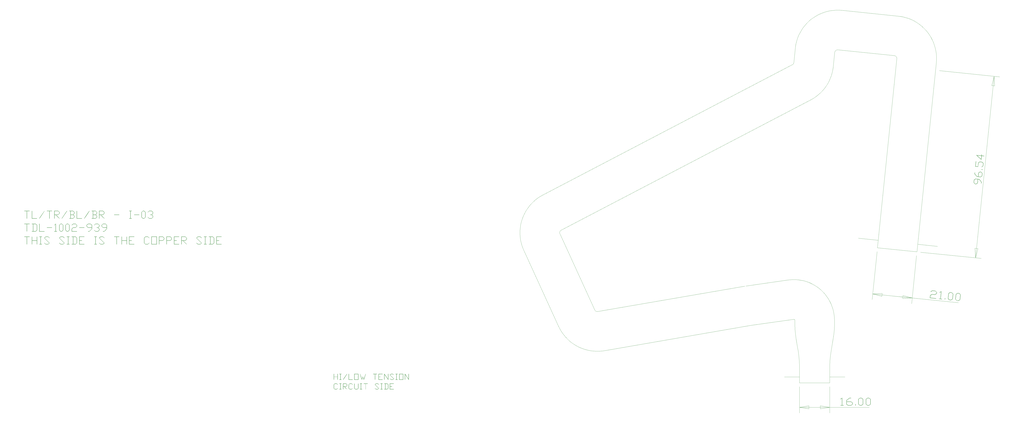
<source format=gbr>
G04 AutoGERB 2.0 for AutoCAD 14*
G04 RS274-X Output *
%FSLAX34Y34*%
%MOMM*%
%ADD12C,0.005000*%
%ADD13C,0.007000*%
G54D13*X-1805797Y1410995D02*X-1818541Y1410995D01*X-1818541Y1371855*X-1819421Y1371855*X-1819421Y1410995*X-1832166Y1410995*X-1832166Y1411855*X-1805797Y1411855*X-1805797Y1410995*G54D13*X-1766227Y1371452D02*X-1793025Y1371452D01*X-1793025Y1411425*X-1792138Y1411425*X-1792138Y1372305*X-1766227Y1372305*X-1766227Y1371452*G54D13*X-1726254Y1411207D02*X-1752650Y1371664D01*X-1753401Y1372087*X-1727032Y1411637*X-1726254Y1411207*G54D13*X-1687086Y1410995D02*X-1699831Y1410995D01*X-1699831Y1371855*X-1700711Y1371855*X-1700711Y1410995*X-1713455Y1410995*X-1713455Y1411855*X-1687086Y1411855*X-1687086Y1410995*G54D13*X-1647059Y1398060D02*X-1653929Y1391197D01*X-1666244Y1391197*X-1647196Y1372203*X-1647837Y1371562*X-1667445Y1391197*X-1673428Y1391197*X-1673428Y1371855*X-1674315Y1371855*X-1674315Y1411855*X-1653929Y1411855*X-1647059Y1404985*X-1647059Y1398060*G54D13*X-1647946Y1398408D02*X-1647946Y1404664D01*X-1654277Y1410989*X-1673428Y1410989*X-1673428Y1392077*X-1654277Y1392077*X-1647946Y1398408*G54D13*X-1607543Y1411207D02*X-1633940Y1371664D01*X-1634690Y1372087*X-1608321Y1411637*X-1607543Y1411207*G54D13*X-1567919Y1378289D02*X-1574789Y1371452D01*X-1594745Y1371452*X-1594745Y1372305*X-1588577Y1372305*X-1588577Y1410995*X-1594745Y1410995*X-1594745Y1411855*X-1574789Y1411855*X-1567919Y1404985*X-1567919Y1398060*X-1574359Y1391654*X-1567919Y1385213*X-1567919Y1378289*G54D13*X-1568806Y1398408D02*X-1568806Y1404664D01*X-1575137Y1410989*X-1587717Y1410989*X-1587717Y1392077*X-1575137Y1392077*X-1568806Y1398408*G54D13*X-1568806Y1378609D02*X-1568806Y1384893D01*X-1575137Y1391197*X-1587717Y1391197*X-1587717Y1372305*X-1575137Y1372305*X-1568806Y1378609*G54D13*X-1528806Y1371452D02*X-1555604Y1371452D01*X-1555604Y1411425*X-1554717Y1411425*X-1554717Y1372305*X-1528806Y1372305*X-1528806Y1371452*G54D13*X-1488833Y1411207D02*X-1515229Y1371664D01*X-1515979Y1372087*X-1489611Y1411637*X-1488833Y1411207*G54D13*X-1449208Y1378289D02*X-1456078Y1371452D01*X-1476034Y1371452*X-1476034Y1372305*X-1469867Y1372305*X-1469867Y1410995*X-1476034Y1410995*X-1476034Y1411855*X-1456078Y1411855*X-1449208Y1404985*X-1449208Y1398060*X-1455649Y1391654*X-1449208Y1385213*X-1449208Y1378289*G54D13*X-1450095Y1398408D02*X-1450095Y1404664D01*X-1456426Y1410989*X-1469007Y1410989*X-1469007Y1392077*X-1456426Y1392077*X-1450095Y1398408*G54D13*X-1450095Y1378609D02*X-1450095Y1384893D01*X-1456426Y1391197*X-1469007Y1391197*X-1469007Y1372305*X-1456426Y1372305*X-1450095Y1378609*G54D13*X-1409638Y1398060D02*X-1416508Y1391197D01*X-1428823Y1391197*X-1409774Y1372203*X-1410416Y1371562*X-1430023Y1391197*X-1436007Y1391197*X-1436007Y1371855*X-1436894Y1371855*X-1436894Y1411855*X-1416508Y1411855*X-1409638Y1404985*X-1409638Y1398060*G54D13*X-1410525Y1398408D02*X-1410525Y1404664D01*X-1416856Y1410989*X-1436007Y1410989*X-1436007Y1392077*X-1416856Y1392077*X-1410525Y1398408*G54D13*X-1330955Y1391197D02*X-1357323Y1391197D01*X-1357323Y1392084*X-1330955Y1392084*X-1330955Y1391197*G54D13*X-1264988Y1371452D02*X-1278183Y1371452D01*X-1278183Y1372305*X-1272016Y1372305*X-1272016Y1410995*X-1278183Y1410995*X-1278183Y1411855*X-1264988Y1411855*X-1264988Y1410995*X-1271156Y1410995*X-1271156Y1372305*X-1264988Y1372305*X-1264988Y1371452*G54D13*X-1225418Y1391197D02*X-1251787Y1391197D01*X-1251787Y1392084*X-1225418Y1392084*X-1225418Y1391197*G54D13*X-1191988Y1378289D02*X-1198859Y1371452D01*X-1205776Y1371452*X-1212647Y1378289*X-1212647Y1404985*X-1205776Y1411855*X-1198859Y1411855*X-1191988Y1404985*X-1191988Y1378289*G54D13*X-1192875Y1378609D02*X-1192875Y1404664D01*X-1199179Y1410989*X-1205456Y1410989*X-1211760Y1404664*X-1211760Y1378609*X-1205456Y1372305*X-1199179Y1372305*X-1192875Y1378609*G54D13*X-1152391Y1378289D02*X-1159261Y1371452D01*X-1172776Y1371452*X-1179537Y1378132*X-1178896Y1378773*X-1172456Y1372305*X-1159609Y1372305*X-1153278Y1378609*X-1153278Y1384893*X-1159609Y1391197*X-1166022Y1391197*X-1166022Y1392077*X-1159609Y1392077*X-1153278Y1398408*X-1153278Y1404664*X-1159609Y1410995*X-1172456Y1410995*X-1178896Y1404500*X-1179537Y1405142*X-1172776Y1411855*X-1159261Y1411855*X-1152391Y1404985*X-1152391Y1398060*X-1158831Y1391654*X-1152391Y1385213*X-1152391Y1378289*G54D13*X-1805797Y1342778D02*X-1818541Y1342778D01*X-1818541Y1303637*X-1819421Y1303637*X-1819421Y1342778*X-1832166Y1342778*X-1832166Y1343637*X-1805797Y1343637*X-1805797Y1342778*G54D13*X-1765770Y1310071D02*X-1772640Y1303235D01*X-1792596Y1303235*X-1792596Y1304088*X-1786428Y1304088*X-1786428Y1342778*X-1792596Y1342778*X-1792596Y1343637*X-1772640Y1343637*X-1765770Y1336767*X-1765770Y1310071*G54D13*X-1766657Y1310392D02*X-1766657Y1336447D01*X-1772988Y1342771*X-1785568Y1342771*X-1785568Y1304088*X-1772988Y1304088*X-1766657Y1310392*G54D13*X-1726657Y1303235D02*X-1753455Y1303235D01*X-1753455Y1343208*X-1752568Y1343208*X-1752568Y1304088*X-1726657Y1304088*X-1726657Y1303235*G54D13*X-1687086Y1322979D02*X-1713455Y1322979D01*X-1713455Y1323866*X-1687086Y1323866*X-1687086Y1322979*G54D13*X-1660690Y1303235D02*X-1673885Y1303235D01*X-1673885Y1304088*X-1667717Y1304088*X-1667717Y1342157*X-1673564Y1336283*X-1674206Y1336924*X-1667472Y1343637*X-1666858Y1343637*X-1666858Y1304088*X-1660690Y1304088*X-1660690Y1303235*G54D13*X-1627260Y1310071D02*X-1634131Y1303235D01*X-1641049Y1303235*X-1647919Y1310071*X-1647919Y1336767*X-1641049Y1343637*X-1634131Y1343637*X-1627260Y1336767*X-1627260Y1310071*G54D13*X-1628147Y1310392D02*X-1628147Y1336447D01*X-1634451Y1342771*X-1640728Y1342771*X-1647032Y1336447*X-1647032Y1310392*X-1640728Y1304088*X-1634451Y1304088*X-1628147Y1310392*G54D13*X-1594260Y1310071D02*X-1601130Y1303235D01*X-1608048Y1303235*X-1614919Y1310071*X-1614919Y1336767*X-1608048Y1343637*X-1601130Y1343637*X-1594260Y1336767*X-1594260Y1310071*G54D13*X-1595147Y1310392D02*X-1595147Y1336447D01*X-1601451Y1342771*X-1607728Y1342771*X-1614032Y1336447*X-1614032Y1310392*X-1607728Y1304088*X-1601451Y1304088*X-1595147Y1310392*G54D13*X-1554663Y1329842D02*X-1561533Y1322979D01*X-1574728Y1322979*X-1581031Y1316675*X-1581031Y1304088*X-1555120Y1304088*X-1555120Y1303235*X-1581918Y1303235*X-1581918Y1316996*X-1575048Y1323859*X-1561881Y1323859*X-1555550Y1330190*X-1555550Y1336447*X-1561881Y1342778*X-1574728Y1342778*X-1581168Y1336283*X-1581809Y1336924*X-1575048Y1343637*X-1561533Y1343637*X-1554663Y1336767*X-1554663Y1329842*G54D13*X-1515550Y1322979D02*X-1541918Y1322979D01*X-1541918Y1323866*X-1515550Y1323866*X-1515550Y1322979*G54D13*X-1475522Y1316675D02*X-1488990Y1303235D01*X-1495751Y1303235*X-1495751Y1304088*X-1489311Y1304088*X-1476409Y1316996*X-1476409Y1322979*X-1495908Y1322979*X-1502778Y1329842*X-1502778Y1336767*X-1495908Y1343637*X-1482393Y1343637*X-1475522Y1336767*X-1475522Y1316675*G54D13*X-1476409Y1323859D02*X-1476409Y1336447D01*X-1482740Y1342771*X-1495587Y1342771*X-1501891Y1336447*X-1501891Y1330190*X-1495587Y1323859*X-1476409Y1323859*G54D13*X-1435952Y1310071D02*X-1442822Y1303235D01*X-1456338Y1303235*X-1463099Y1309914*X-1462457Y1310555*X-1456017Y1304088*X-1443170Y1304088*X-1436839Y1310392*X-1436839Y1316675*X-1443170Y1322979*X-1449583Y1322979*X-1449583Y1323859*X-1443170Y1323859*X-1436839Y1330190*X-1436839Y1336447*X-1443170Y1342778*X-1456017Y1342778*X-1462457Y1336283*X-1463099Y1336924*X-1456338Y1343637*X-1442822Y1343637*X-1435952Y1336767*X-1435952Y1329842*X-1442393Y1323436*X-1435952Y1316996*X-1435952Y1310071*G54D13*X-1396382Y1316675D02*X-1409849Y1303235D01*X-1416611Y1303235*X-1416611Y1304088*X-1410170Y1304088*X-1397269Y1316996*X-1397269Y1322979*X-1416767Y1322979*X-1423638Y1329842*X-1423638Y1336767*X-1416767Y1343637*X-1403252Y1343637*X-1396382Y1336767*X-1396382Y1316675*G54D13*X-1397269Y1323859D02*X-1397269Y1336447D01*X-1403600Y1342771*X-1416447Y1342771*X-1422751Y1336447*X-1422751Y1330190*X-1416447Y1323859*X-1397269Y1323859*G54D13*X-1805797Y1274560D02*X-1818541Y1274560D01*X-1818541Y1235420*X-1819421Y1235420*X-1819421Y1274560*X-1832166Y1274560*X-1832166Y1275420*X-1805797Y1275420*X-1805797Y1274560*G54D13*X-1765770Y1235420D02*X-1766657Y1235420D01*X-1766657Y1254761*X-1792138Y1254761*X-1792138Y1235420*X-1793025Y1235420*X-1793025Y1274990*X-1792138Y1274990*X-1792138Y1255641*X-1766657Y1255641*X-1766657Y1274990*X-1765770Y1274990*X-1765770Y1235420*G54D13*X-1739831Y1235017D02*X-1753025Y1235017D01*X-1753025Y1235870*X-1746858Y1235870*X-1746858Y1274560*X-1753025Y1274560*X-1753025Y1275420*X-1739831Y1275420*X-1739831Y1274560*X-1745998Y1274560*X-1745998Y1235870*X-1739831Y1235870*X-1739831Y1235017*G54D13*X-1699640Y1242017D02*X-1706674Y1235017D01*X-1720189Y1235017*X-1726950Y1241696*X-1726309Y1242338*X-1719868Y1235870*X-1707022Y1235870*X-1700847Y1242017*X-1727223Y1268386*X-1720189Y1275420*X-1706674Y1275420*X-1699940Y1268706*X-1700581Y1268065*X-1707022Y1274560*X-1719868Y1274560*X-1726015Y1268386*X-1699640Y1242017*G54D13*X-1620499Y1242017D02*X-1627533Y1235017D01*X-1641049Y1235017*X-1647810Y1241696*X-1647168Y1242338*X-1640728Y1235870*X-1627881Y1235870*X-1621707Y1242017*X-1648082Y1268386*X-1641049Y1275420*X-1627533Y1275420*X-1620800Y1268706*X-1621441Y1268065*X-1627881Y1274560*X-1640728Y1274560*X-1646875Y1268386*X-1620499Y1242017*G54D13*X-1594724Y1235017D02*X-1607919Y1235017D01*X-1607919Y1235870*X-1601751Y1235870*X-1601751Y1274560*X-1607919Y1274560*X-1607919Y1275420*X-1594724Y1275420*X-1594724Y1274560*X-1600892Y1274560*X-1600892Y1235870*X-1594724Y1235870*X-1594724Y1235017*G54D13*X-1554697Y1241853D02*X-1561567Y1235017D01*X-1581523Y1235017*X-1581523Y1235870*X-1575355Y1235870*X-1575355Y1274560*X-1581523Y1274560*X-1581523Y1275420*X-1561567Y1275420*X-1554697Y1268550*X-1554697Y1241853*G54D13*X-1555584Y1242174D02*X-1555584Y1268229D01*X-1561915Y1274553*X-1574496Y1274553*X-1574496Y1235870*X-1561915Y1235870*X-1555584Y1242174*G54D13*X-1515584Y1235017D02*X-1542382Y1235017D01*X-1542382Y1275420*X-1515584Y1275420*X-1515584Y1274560*X-1541495Y1274560*X-1541495Y1255641*X-1528758Y1255641*X-1528758Y1254761*X-1541495Y1254761*X-1541495Y1235870*X-1515584Y1235870*X-1515584Y1235017*G54D13*X-1449618Y1235017D02*X-1462812Y1235017D01*X-1462812Y1235870*X-1456645Y1235870*X-1456645Y1274560*X-1462812Y1274560*X-1462812Y1275420*X-1449618Y1275420*X-1449618Y1274560*X-1455785Y1274560*X-1455785Y1235870*X-1449618Y1235870*X-1449618Y1235017*G54D13*X-1409426Y1242017D02*X-1416460Y1235017D01*X-1429976Y1235017*X-1436737Y1241696*X-1436095Y1242338*X-1429655Y1235870*X-1416808Y1235870*X-1410634Y1242017*X-1437010Y1268386*X-1429976Y1275420*X-1416460Y1275420*X-1409727Y1268706*X-1410368Y1268065*X-1416808Y1274560*X-1429655Y1274560*X-1435802Y1268386*X-1409426Y1242017*G54D13*X-1330907Y1274560D02*X-1343651Y1274560D01*X-1343651Y1235420*X-1344531Y1235420*X-1344531Y1274560*X-1357276Y1274560*X-1357276Y1275420*X-1330907Y1275420*X-1330907Y1274560*G54D13*X-1290880Y1235420D02*X-1291767Y1235420D01*X-1291767Y1254761*X-1317248Y1254761*X-1317248Y1235420*X-1318135Y1235420*X-1318135Y1274990*X-1317248Y1274990*X-1317248Y1255641*X-1291767Y1255641*X-1291767Y1274990*X-1290880Y1274990*X-1290880Y1235420*G54D13*X-1251767Y1235017D02*X-1278565Y1235017D01*X-1278565Y1275420*X-1251767Y1275420*X-1251767Y1274560*X-1277678Y1274560*X-1277678Y1255641*X-1264941Y1255641*X-1264941Y1254761*X-1277678Y1254761*X-1277678Y1235870*X-1251767Y1235870*X-1251767Y1235017*G54D13*X-1172306Y1241696D02*X-1179039Y1235017D01*X-1192555Y1235017*X-1199425Y1241853*X-1199425Y1268550*X-1192555Y1275420*X-1179039Y1275420*X-1172306Y1268706*X-1172947Y1268065*X-1179387Y1274560*X-1192234Y1274560*X-1198538Y1268229*X-1198538Y1242174*X-1192234Y1235870*X-1179387Y1235870*X-1172947Y1242338*X-1172306Y1241696*G54D13*X-1132599Y1235017D02*X-1159855Y1235017D01*X-1159855Y1275420*X-1132599Y1275420*X-1132599Y1235017*G54D13*X-1133486Y1235870D02*X-1133486Y1274553D01*X-1158968Y1274553*X-1158968Y1235870*X-1133486Y1235870*G54D13*X-1093029Y1261625D02*X-1099899Y1254761D01*X-1119397Y1254761*X-1119397Y1235420*X-1120284Y1235420*X-1120284Y1275420*X-1099899Y1275420*X-1093029Y1268550*X-1093029Y1261625*G54D13*X-1093916Y1261973D02*X-1093916Y1268229D01*X-1100247Y1274553*X-1119397Y1274553*X-1119397Y1255641*X-1100247Y1255641*X-1093916Y1261973*G54D13*X-1053459Y1261625D02*X-1060329Y1254761D01*X-1079827Y1254761*X-1079827Y1235420*X-1080714Y1235420*X-1080714Y1275420*X-1060329Y1275420*X-1053459Y1268550*X-1053459Y1261625*G54D13*X-1054345Y1261973D02*X-1054345Y1268229D01*X-1060677Y1274553*X-1079827Y1274553*X-1079827Y1255641*X-1060677Y1255641*X-1054345Y1261973*G54D13*X-1014345Y1235017D02*X-1041144Y1235017D01*X-1041144Y1275420*X-1014345Y1275420*X-1014345Y1274560*X-1040257Y1274560*X-1040257Y1255641*X-1027520Y1255641*X-1027520Y1254761*X-1040257Y1254761*X-1040257Y1235870*X-1014345Y1235870*X-1014345Y1235017*G54D13*X-974318Y1261625D02*X-981188Y1254761D01*X-993503Y1254761*X-974455Y1235768*X-975096Y1235126*X-994704Y1254761*X-1000687Y1254761*X-1000687Y1235420*X-1001574Y1235420*X-1001574Y1275420*X-981188Y1275420*X-974318Y1268550*X-974318Y1261625*G54D13*X-975205Y1261973D02*X-975205Y1268229D01*X-981536Y1274553*X-1000687Y1274553*X-1000687Y1255641*X-981536Y1255641*X-975205Y1261973*G54D13*X-895014Y1242017D02*X-902048Y1235017D01*X-915563Y1235017*X-922324Y1241696*X-921683Y1242338*X-915243Y1235870*X-902396Y1235870*X-896222Y1242017*X-922597Y1268386*X-915563Y1275420*X-902048Y1275420*X-895314Y1268706*X-895956Y1268065*X-902396Y1274560*X-915243Y1274560*X-921390Y1268386*X-895014Y1242017*G54D13*X-869239Y1235017D02*X-882433Y1235017D01*X-882433Y1235870*X-876266Y1235870*X-876266Y1274560*X-882433Y1274560*X-882433Y1275420*X-869239Y1275420*X-869239Y1274560*X-875406Y1274560*X-875406Y1235870*X-869239Y1235870*X-869239Y1235017*G54D13*X-829212Y1241853D02*X-836082Y1235017D01*X-856037Y1235017*X-856037Y1235870*X-849870Y1235870*X-849870Y1274560*X-856037Y1274560*X-856037Y1275420*X-836082Y1275420*X-829212Y1268550*X-829212Y1241853*G54D13*X-830098Y1242174D02*X-830098Y1268229D01*X-836430Y1274553*X-849010Y1274553*X-849010Y1235870*X-836430Y1235870*X-830098Y1242174*G54D13*X-790098Y1235017D02*X-816897Y1235017D01*X-816897Y1275420*X-790098Y1275420*X-790098Y1274560*X-816010Y1274560*X-816010Y1255641*X-803273Y1255641*X-803273Y1254761*X-816010Y1254761*X-816010Y1235870*X-790098Y1235870*X-790098Y1235017*G54D12*X1006751Y1309824D02*X2326283Y1998725D01*G54D12*X909563Y1495981D02*X2229095Y2184882D01*G54D12*X2206766Y1046188D02*X1984035Y1014370D01*G54D12*X2236465Y838299D02*X2013734Y806480D01*G54D12*X909563Y1495981D02*X895944Y1488256D01*X882895Y1479603*X870480Y1470064*X858759Y1459684*X847787Y1448514*X837619Y1436609*X828303Y1424025*X819886Y1410823*X812406Y1397068*X805902Y1382827*X800403Y1368167*X795937Y1353161*X792526Y1337880*X790186Y1322399*X788928Y1306793*X788758Y1291137*X789677Y1275507*X791681Y1259979*X794761Y1244628*X798900Y1229528*X804079Y1214753*X809099Y1202899*G54D12*X1977626Y1013359D02*X1200388Y879353D01*G54D12*X2013307Y806413D02*X1236068Y672406D01*G54D12*X1184199Y887893D02*X1000054Y1290285D01*G54D12*X993245Y800507D02*X809099Y1202899D01*G54D12*X993245Y800507D02*X1000251Y786505D01*X1008215Y773025*X1017096Y760131*X1026853Y747886*X1037438Y736349*X1048799Y725576*X1060882Y715619*X1073628Y706527*X1086976Y698343*X1100860Y691107*X1115215Y684854*X1129969Y679615*X1145052Y675415*X1160390Y672273*X1175910Y670206*X1191536Y669223*X1207192Y669329*X1222803Y670524*X1236068Y672406*G54D12*X1184199Y887893D02*X1184666Y886959D01*X1185197Y886061*X1185789Y885201*X1186440Y884385*X1187145Y883616*X1187903Y882897*X1188708Y882234*X1189558Y881628*X1190448Y881082*X1191374Y880600*X1192331Y880183*X1193314Y879833*X1194320Y879553*X1195342Y879344*X1196377Y879206*X1197419Y879141*X1198462Y879148*X1199503Y879227*X1200388Y879353*G54D12*X1006751Y1309824D02*X1005843Y1309309D01*X1004973Y1308732*X1004146Y1308096*X1003364Y1307404*X1002633Y1306660*X1001955Y1305866*X1001334Y1305027*X1000773Y1304147*X1000274Y1303230*X999840Y1302280*X999474Y1301303*X999176Y1300303*X998949Y1299284*X998793Y1298252*X998709Y1297212*X998698Y1296168*X998759Y1295126*X998892Y1294091*X999098Y1293067*X999374Y1292061*X999719Y1291076*X1000054Y1290285*G54D12*X2013734Y806480D02*X2013307Y806413*G54D12*X1984035Y1014370D02*X1977626Y1013359*G54D12*X2990855Y2195176D02*X2888316Y1195069D01*G54D12*X2781950Y2216595D02*X2679411Y1216488D01*G54D13*X3217683Y1579453D02*X3229680Y1564685D01*X3228990Y1557960*X3228142Y1558047*X3228798Y1564453*X3217275Y1578603*X3211322Y1579214*X3209333Y1559817*X3201805Y1553682*X3194916Y1554388*X3188783Y1561924*X3190161Y1575369*X3197696Y1581502*X3217683Y1579453*G54D13*X3210446Y1579303D02*X3197925Y1580587D01*X3190987Y1574934*X3189677Y1562154*X3195326Y1555238*X3201549Y1554600*X3208490Y1560225*X3210446Y1579303*G54D13*X3228288Y1618143D02*X3234389Y1610612D01*X3233010Y1597167*X3225509Y1591030*X3205495Y1593082*X3193492Y1607851*X3194178Y1614549*X3195034Y1614462*X3194380Y1608082*X3205932Y1593929*X3211883Y1593319*X3213872Y1612715*X3221401Y1618849*X3228288Y1618143*G54D13*X3227879Y1617293D02*X3221629Y1617934D01*X3214712Y1612279*X3212759Y1593229*X3225281Y1591945*X3232194Y1597573*X3233504Y1610352*X3227879Y1617293*G54D13*X3236035Y1630620D02*X3235944Y1629738D01*X3229382Y1630410*X3229472Y1631293*X3236035Y1630620*G54D13*X3233670Y1670640D02*X3239771Y1663108D01*X3238392Y1649663*X3231058Y1643618*X3230485Y1644322*X3237577Y1650069*X3238887Y1662849*X3233262Y1669790*X3220449Y1671104*X3213532Y1665449*X3211488Y1645515*X3197500Y1646950*X3200234Y1673609*X3201089Y1673521*X3198446Y1647744*X3210696Y1646488*X3212685Y1665886*X3220220Y1672019*X3233670Y1670640*G54D13*X3231362Y1710195D02*X3230735Y1704087D01*X3243434Y1702785*X3243343Y1701902*X3230645Y1703204*X3228582Y1683081*X3202761Y1706955*X3229881Y1704174*X3230507Y1710282*X3231362Y1710195*G54D13*X3229790Y1703292D02*X3205291Y1705804D01*X3227908Y1684933*X3229790Y1703292*G54D12*X2908211Y1193029D02*X3228017Y1160240D01*G54D12*X3006671Y2153345D02*X3326477Y2120556D01*G54D12*X3198174Y1163300D02*X3247404Y1643458D01*G54D12*X3296634Y2123616D02*X3247404Y1643458D01*G54D12*X3211232Y1212223D02*X3195315Y1213855D01*X3198174Y1163300*X3198174Y1163300*X3211232Y1212223*G54D12*X3283576Y2074692D02*X3299492Y2073061D01*X3296634Y2123616*X3296634Y2123616*X3283576Y2074692*G54D13*X-175497Y519340D02*X-176162Y519340D01*X-176162Y533846*X-195273Y533846*X-195273Y519340*X-195938Y519340*X-195938Y549018*X-195273Y549018*X-195273Y534506*X-176162Y534506*X-176162Y549018*X-175497Y549018*X-175497Y519340*G54D13*X-156042Y519038D02*X-165938Y519038D01*X-165938Y519678*X-161313Y519678*X-161313Y548695*X-165938Y548695*X-165938Y549340*X-156042Y549340*X-156042Y548695*X-160668Y548695*X-160668Y519678*X-156042Y519678*X-156042Y519038*G54D13*X-126063Y548854D02*X-145860Y519197D01*X-146423Y519514*X-126646Y549176*X-126063Y548854*G54D13*X-96687Y519038D02*X-116786Y519038D01*X-116786Y549018*X-116121Y549018*X-116121Y519678*X-96687Y519678*X-96687Y519038*G54D13*X-66667Y519038D02*X-87108Y519038D01*X-87108Y549340*X-66667Y549340*X-66667Y519038*G54D13*X-67332Y519678D02*X-67332Y548690D01*X-86443Y548690*X-86443Y519678*X-67332Y519678*G54D13*X-27108Y548890D02*X-36989Y519340D01*X-37675Y519340*X-42280Y533140*X-46870Y519340*X-47550Y519340*X-57431Y548890*X-56766Y549135*X-47212Y520384*X-42280Y535212*X-37332Y520384*X-27774Y549135*X-27108Y548890*G54D13*X31919Y548695D02*X22361Y548695D01*X22361Y519340*X21701Y519340*X21701Y548695*X12143Y548695*X12143Y549340*X31919Y549340*X31919Y548695*G54D13*X61597Y519038D02*X41498Y519038D01*X41498Y549340*X61597Y549340*X61597Y548695*X42163Y548695*X42163Y534506*X51716Y534506*X51716Y533846*X42163Y533846*X42163Y519678*X61597Y519678*X61597Y519038*G54D13*X91617Y519340D02*X90911Y519340D01*X71841Y547948*X71841Y519340*X71176Y519340*X71176Y548997*X71897Y549018*X90952Y520425*X90952Y549018*X91617Y549018*X91617Y519340*G54D13*X121418Y524288D02*X116142Y519038D01*X106006Y519038*X100935Y524047*X101416Y524528*X106247Y519678*X115882Y519678*X120512Y524288*X100731Y544065*X106006Y549340*X116142Y549340*X121193Y544305*X120712Y543824*X115882Y548695*X106247Y548695*X101636Y544065*X121418Y524288*G54D13*X140749Y519038D02*X130853Y519038D01*X130853Y519678*X135479Y519678*X135479Y548695*X130853Y548695*X130853Y549340*X140749Y549340*X140749Y548695*X136124Y548695*X136124Y519678*X140749Y519678*X140749Y519038*G54D13*X170770Y519038D02*X150328Y519038D01*X150328Y549340*X170770Y549340*X170770Y519038*G54D13*X170105Y519678D02*X170105Y548690D01*X150993Y548690*X150993Y519678*X170105Y519678*G54D13*X200447Y519340D02*X199741Y519340D01*X180671Y547948*X180671Y519340*X180006Y519340*X180006Y548997*X180727Y549018*X199782Y520425*X199782Y549018*X200447Y549018*X200447Y519340*G54D13*X-175599Y472884D02*X-180649Y467875D01*X-190786Y467875*X-195938Y473002*X-195938Y493024*X-190786Y498177*X-180649Y498177*X-175599Y493142*X-176080Y492661*X-180910Y497532*X-190545Y497532*X-195273Y492784*X-195273Y473242*X-190545Y468514*X-180910Y468514*X-176080Y473365*X-175599Y472884*G54D13*X-156042Y467875D02*X-165938Y467875D01*X-165938Y468514*X-161313Y468514*X-161313Y497532*X-165938Y497532*X-165938Y498177*X-156042Y498177*X-156042Y497532*X-160668Y497532*X-160668Y468514*X-156042Y468514*X-156042Y467875*G54D13*X-126022Y487831D02*X-131175Y482683D01*X-140410Y482683*X-126124Y468438*X-126605Y467957*X-141311Y482683*X-145799Y482683*X-145799Y468177*X-146464Y468177*X-146464Y498177*X-131175Y498177*X-126022Y493024*X-126022Y487831*G54D13*X-126687Y488091D02*X-126687Y492784D01*X-131436Y497527*X-145799Y497527*X-145799Y483343*X-131436Y483343*X-126687Y488091*G54D13*X-96447Y472884D02*X-101497Y467875D01*X-111633Y467875*X-116786Y473002*X-116786Y493024*X-111633Y498177*X-101497Y498177*X-96447Y493142*X-96928Y492661*X-101758Y497532*X-111393Y497532*X-116121Y492784*X-116121Y473242*X-111393Y468514*X-101758Y468514*X-96928Y473365*X-96447Y472884*G54D13*X-66667Y473002D02*X-71819Y467875D01*X-81956Y467875*X-87108Y473002*X-87108Y497854*X-86443Y497854*X-86443Y473242*X-81715Y468514*X-72080Y468514*X-67332Y473242*X-67332Y497854*X-66667Y497854*X-66667Y473002*G54D13*X-47212Y467875D02*X-57108Y467875D01*X-57108Y468514*X-52483Y468514*X-52483Y497532*X-57108Y497532*X-57108Y498177*X-47212Y498177*X-47212Y497532*X-51838Y497532*X-51838Y468514*X-47212Y468514*X-47212Y467875*G54D13*X-17535Y497532D02*X-27093Y497532D01*X-27093Y468177*X-27753Y468177*X-27753Y497532*X-37311Y497532*X-37311Y498177*X-17535Y498177*X-17535Y497532*G54D13*X42286Y473125D02*X37011Y467875D01*X26874Y467875*X21803Y472884*X22284Y473365*X27115Y468514*X36750Y468514*X41380Y473125*X21599Y492901*X26874Y498177*X37011Y498177*X42061Y493142*X41580Y492661*X36750Y497532*X27115Y497532*X22504Y492901*X42286Y473125*G54D13*X61617Y467875D02*X51722Y467875D01*X51722Y468514*X56347Y468514*X56347Y497532*X51722Y497532*X51722Y498177*X61617Y498177*X61617Y497532*X56992Y497532*X56992Y468514*X61617Y468514*X61617Y467875*G54D13*X91638Y473002D02*X86485Y467875D01*X71519Y467875*X71519Y468514*X76144Y468514*X76144Y497532*X71519Y497532*X71519Y498177*X86485Y498177*X91638Y493024*X91638Y473002*G54D13*X90973Y473242D02*X90973Y492784D01*X86224Y497527*X76789Y497527*X76789Y468514*X86224Y468514*X90973Y473242*G54D13*X120973Y467875D02*X100874Y467875D01*X100874Y498177*X120973Y498177*X120973Y497532*X101539Y497532*X101539Y483343*X111092Y483343*X111092Y482683*X101539Y482683*X101539Y468514*X120973Y468514*X120973Y467875*G54D12*X2427172Y501528D02*X2427172Y591528D01*G54D12*X2267172Y501528D02*X2267172Y591528D01*G54D12*X2427172Y533528D02*X2507172Y533528D01*G54D13*X2500131Y382299D02*X2484298Y382299D01*X2484298Y383152*X2491699Y383152*X2491699Y421222*X2484683Y415347*X2483913Y415989*X2491993Y422702*X2492730Y422702*X2492730Y383152*X2500131Y383152*X2500131Y382299*G54D13*X2548164Y389136D02*X2539920Y382299D01*X2523701Y382299*X2515457Y389136*X2515457Y409255*X2531618Y422702*X2539699Y422702*X2539699Y421842*X2532003Y421842*X2516522Y408907*X2516522Y402924*X2539920Y402924*X2548164Y396060*X2548164Y389136*G54D13*X2547100Y389456D02*X2547100Y395740D01*X2539502Y402044*X2516522Y402044*X2516522Y389456*X2524086Y383152*X2539502Y383152*X2547100Y389456*G54D13*X2564006Y382702D02*X2562941Y382702D01*X2562941Y389299*X2564006Y389299*X2564006Y382702*G54D13*X2603573Y389136D02*X2595329Y382299D01*X2587027Y382299*X2578783Y389136*X2578783Y415832*X2587027Y422702*X2595329Y422702*X2603573Y415832*X2603573Y389136*G54D13*X2602509Y389456D02*X2602509Y415511D01*X2594944Y421836*X2587412Y421836*X2579847Y415511*X2579847Y389456*X2587412Y383152*X2594944Y383152*X2602509Y389456*G54D13*X2643173Y389136D02*X2634929Y382299D01*X2626628Y382299*X2618383Y389136*X2618383Y415832*X2626628Y422702*X2634929Y422702*X2643173Y415832*X2643173Y389136*G54D13*X2642109Y389456D02*X2642109Y415511D01*X2634544Y421836*X2627012Y421836*X2619448Y415511*X2619448Y389456*X2627012Y383152*X2634544Y383152*X2642109Y389456*G54D12*X2267172Y481528D02*X2267172Y342702D01*G54D12*X2427172Y481528D02*X2427172Y342702D01*G54D12*X2267172Y372702D02*X2347172Y372702D01*G54D12*X2427172Y372702D02*X2347172Y372702D01*G54D12*X2347172Y372702D02*X2636381Y372702D01*G54D12*X2317172Y364702D02*X2317172Y380702D01*X2267172Y372702*X2267172Y372702*X2317172Y364702*G54D12*X2377172Y380702D02*X2377172Y364702D01*X2427172Y372702*X2427172Y372702*X2377172Y380702*G54D12*X2187172Y533528D02*X2267172Y533528D01*G54D12*X2267172Y501528D02*X2427172Y501528D01*G54D12*X2888316Y1195069D02*X2679411Y1216488D01*G54D13*X2992471Y974407D02*X2983570Y968421D01*X2967819Y970036*X2959650Y964536*X2958366Y952015*X2989298Y948843*X2989211Y947995*X2957221Y951275*X2958624Y964963*X2967525Y970950*X2983244Y969339*X2991447Y974862*X2992085Y981085*X2985174Y988158*X2969838Y989730*X2961488Y984058*X2960787Y984775*X2969543Y990625*X2985677Y988971*X2993177Y981296*X2992471Y974407*G54D13*X3020722Y944764D02*X3004970Y946379D01*X3005057Y947228*X3012420Y946473*X3016303Y984343*X3008724Y979214*X3008024Y979932*X3016747Y985785*X3017480Y985710*X3013447Y946367*X3020809Y945613*X3020722Y944764*G54D13*X3037068Y943493D02*X3036008Y943602D01*X3036681Y950165*X3037740Y950056*X3037068Y943493*G54D13*X3077084Y945858D02*X3068186Y939898D01*X3059927Y940744*X3052424Y948387*X3055147Y974942*X3064048Y980936*X3072307Y980089*X3079807Y972414*X3077084Y945858*G54D13*X3076059Y946285D02*X3078716Y972203D01*X3071836Y979267*X3064343Y980035*X3056172Y974515*X3053515Y948596*X3060397Y941554*X3067890Y940785*X3076059Y946285*G54D13*X3116478Y941819D02*X3107580Y935859D01*X3099322Y936705*X3091817Y944348*X3094540Y970903*X3103443Y976897*X3111700Y976050*X3119201Y968375*X3116478Y941819*G54D13*X3115452Y942246D02*X3118110Y968164D01*X3111229Y975228*X3103736Y975996*X3095567Y970475*X3092909Y944557*X3099791Y937515*X3107284Y936746*X3115452Y942246*G54D12*X2886276Y1175173D02*X2860258Y921411D01*G54D12*X2677371Y1196592D02*X2651353Y942830D01*G54D12*X2863318Y951254D02*X2758865Y961964D01*G54D12*X2758865Y961964D02*X3108046Y926163D01*G54D12*X2654413Y972673D02*X2758865Y961964D01*G54D12*X2814394Y964312D02*X2812762Y948396D01*X2863318Y951254*X2863318Y951254*X2814394Y964312*G54D12*X2703336Y959615D02*X2704968Y975532D01*X2654413Y972673*X2654413Y972673*X2703336Y959615*G54D12*X2452172Y833349D02*X2451651Y848301D01*X2450092Y863181*X2447502Y877916*X2443893Y892435*X2439284Y906668*X2433696Y920546*X2427156Y934002*X2419696Y946971*X2411352Y959389*X2402165Y971197*X2392179Y982338*X2381443Y992757*X2370008Y1002404*X2357930Y1011233*X2345266Y1019200*X2332080Y1026267*X2318434Y1032400*X2304394Y1037570*X2290029Y1041750*X2275408Y1044922*X2260602Y1047069*X2245683Y1048181*X2230722Y1048252*X2215792Y1047284*X2206766Y1046188*G54D12*X2427172Y591528D02*X2428060Y616848D01*X2430589Y643484*X2434444Y671317*G54D12*X2249444Y734317D02*X2245588Y760802D01*X2243060Y786128*X2242172Y810180*G54D12*X2267172Y591528D02*X2266283Y616848D01*X2263754Y643484*X2259900Y671317*G54D12*X2259900Y671317D02*X2256471Y692238D01*X2252880Y713351*X2249444Y734317*G54D12*X2242172Y833349D02*X2242160Y833697D01*X2242123Y834043*X2242063Y834386*X2241979Y834723*X2241872Y835054*X2241742Y835377*X2241590Y835690*X2241416Y835991*X2241222Y836280*X2241009Y836555*X2240776Y836814*X2240527Y837056*X2240261Y837281*X2239980Y837486*X2239685Y837671*X2239379Y837836*X2239061Y837978*X2238735Y838098*X2238401Y838196*X2238061Y838269*X2237717Y838319*X2237370Y838345*X2237022Y838347*X2236674Y838324*X2236465Y838299*G54D12*X2242172Y810180D02*X2242172Y833349D01*G54D12*X2444900Y734317D02*X2448755Y760802D01*X2451283Y786128*X2452172Y810180*G54D12*X2434444Y671317D02*X2437872Y692238D01*X2441464Y713351*X2444900Y734317*G54D12*X2452172Y810180D02*X2452172Y833349D01*G54D12*X2683490Y1256279D02*X2579038Y1266989D01*G54D12*X2996848Y1224151D02*X2892395Y1234861D01*G54D12*X2990855Y2195176D02*X2991909Y2210798D01*X2991874Y2226455*X2990751Y2242071*X2988544Y2257572*X2985264Y2272881*X2980928Y2287925*X2975556Y2302632*X2969174Y2316929*X2961813Y2330748*X2953510Y2344021*X2944303Y2356685*X2934238Y2368678*X2923363Y2379942*X2911731Y2390422*X2899398Y2400068*X2886425Y2408833*X2872873Y2416675*X2858809Y2423555*X2844301Y2429440*X2829418Y2434302*X2814233Y2438118*X2798820Y2440868*X2789977Y2441952*G54D12*X2491542Y2472550D02*X2475920Y2473604D01*X2460264Y2473569*X2444647Y2472445*X2429147Y2470238*X2413837Y2466959*X2398793Y2462623*X2384086Y2457251*X2369789Y2450869*X2355970Y2443508*X2342697Y2435204*X2330033Y2425998*X2318040Y2415932*X2306776Y2405058*X2296296Y2393426*X2286650Y2381093*X2277885Y2368120*X2270044Y2354568*X2263163Y2340504*X2257278Y2325995*X2252416Y2311113*X2248600Y2295928*X2245850Y2280514*X2244766Y2271672*G54D12*X2470123Y2263645D02*X2768558Y2233047D01*G54D12*X2326283Y1998725D02*X2339902Y2006449D01*X2352950Y2015102*X2365366Y2024642*X2377087Y2035021*X2388059Y2046191*X2398227Y2058097*X2407542Y2070681*X2415960Y2083882*X2423440Y2097637*X2429944Y2111879*X2435443Y2126538*X2439909Y2141545*X2443320Y2156826*X2445660Y2172307*X2445979Y2175230*G54D12*X2237074Y2196649D02*X2244766Y2271672D01*G54D12*X2229095Y2184882D02*X2230003Y2185397D01*X2230872Y2185973*X2231700Y2186609*X2232482Y2187301*X2233213Y2188046*X2233891Y2188840*X2234512Y2189679*X2235073Y2190559*X2235572Y2191476*X2236005Y2192425*X2236372Y2193403*X2236670Y2194403*X2236897Y2195422*X2237053Y2196454*X2237074Y2196649*G54D12*X2445979Y2175230D02*X2453671Y2250253D01*G54D12*X2470123Y2263645D02*X2469082Y2263715D01*X2468038Y2263713*X2466997Y2263638*X2465963Y2263491*X2464943Y2263272*X2463940Y2262983*X2462959Y2262625*X2462006Y2262200*X2461085Y2261709*X2460200Y2261155*X2459356Y2260542*X2458556Y2259871*X2457805Y2259146*X2457107Y2258370*X2456464Y2257548*X2455879Y2256683*X2455356Y2255780*X2454898Y2254842*X2454505Y2253875*X2454181Y2252883*X2453927Y2251870*X2453744Y2250843*X2453671Y2250253*G54D12*X2781950Y2216595D02*X2782021Y2217637D01*X2782018Y2218680*X2781943Y2219722*X2781796Y2220755*X2781578Y2221776*X2781289Y2222778*X2780930Y2223759*X2780505Y2224712*X2780014Y2225633*X2779461Y2226518*X2778847Y2227362*X2778176Y2228162*X2777451Y2228913*X2776675Y2229612*X2775853Y2230255*X2774988Y2230839*X2774085Y2231362*X2773147Y2231820*X2772180Y2232213*X2771188Y2232537*X2770176Y2232791*X2769148Y2232975*X2768558Y2233047*G54D12*X2491542Y2472550D02*X2789977Y2441952D01*M02*
</source>
